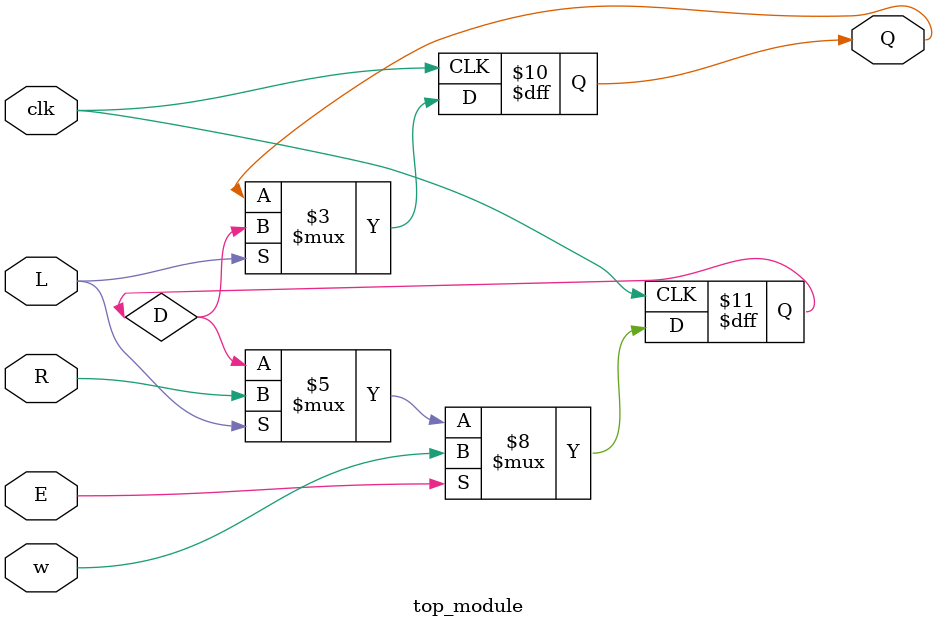
<source format=sv>
module top_module (
        input clk,
        input w,
        input R,
        input E,
        input L,
        output reg Q
);

reg D;

always @(posedge clk) begin
    if (E)
        D <= w;
    else if (L)
        D <= R;
end

always @(posedge clk) begin
    if (L)
        Q <= D;
end

endmodule

</source>
